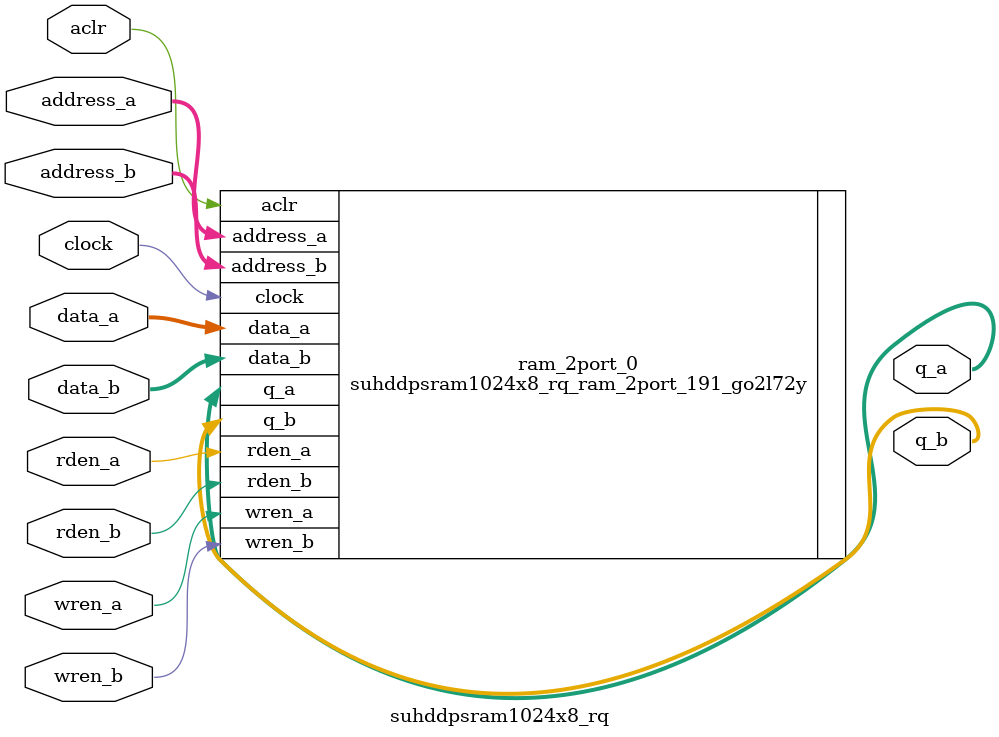
<source format=v>


`timescale 1 ps / 1 ps
module suhddpsram1024x8_rq (
		input  wire [7:0] data_a,    //  ram_input.datain_a
		input  wire [7:0] data_b,    //           .datain_b
		input  wire [9:0] address_a, //           .address_a
		input  wire [9:0] address_b, //           .address_b
		input  wire       wren_a,    //           .wren_a
		input  wire       wren_b,    //           .wren_b
		input  wire       clock,     //           .clock
		input  wire       rden_a,    //           .rden_a
		input  wire       rden_b,    //           .rden_b
		input  wire       aclr,      //           .aclr
		output wire [7:0] q_a,       // ram_output.dataout_a
		output wire [7:0] q_b        //           .dataout_b
	);

	suhddpsram1024x8_rq_ram_2port_191_go2l72y ram_2port_0 (
		.data_a    (data_a),    //  ram_input.datain_a
		.data_b    (data_b),    //           .datain_b
		.address_a (address_a), //           .address_a
		.address_b (address_b), //           .address_b
		.wren_a    (wren_a),    //           .wren_a
		.wren_b    (wren_b),    //           .wren_b
		.clock     (clock),     //           .clock
		.rden_a    (rden_a),    //           .rden_a
		.rden_b    (rden_b),    //           .rden_b
		.aclr      (aclr),      //           .aclr
		.q_a       (q_a),       // ram_output.dataout_a
		.q_b       (q_b)        //           .dataout_b
	);

endmodule

</source>
